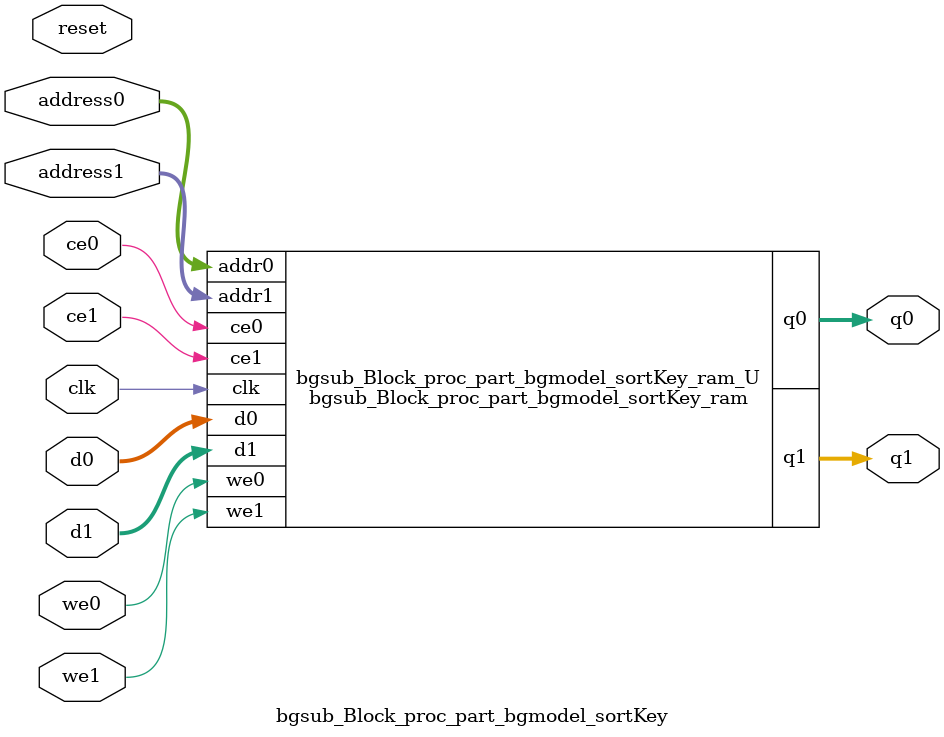
<source format=v>

`timescale 1 ns / 1 ps
module bgsub_Block_proc_part_bgmodel_sortKey_ram (addr0, ce0, d0, we0, q0, addr1, ce1, d1, we1, q1,  clk);

parameter DWIDTH = 32;
parameter AWIDTH = 12;
parameter MEM_SIZE = 2560;

input[AWIDTH-1:0] addr0;
input ce0;
input[DWIDTH-1:0] d0;
input we0;
output reg[DWIDTH-1:0] q0;
input[AWIDTH-1:0] addr1;
input ce1;
input[DWIDTH-1:0] d1;
input we1;
output reg[DWIDTH-1:0] q1;
input clk;

(* ram_style = "block" *)reg [DWIDTH-1:0] ram[MEM_SIZE-1:0];




always @(posedge clk)  
begin 
    if (ce0) 
    begin
        if (we0) 
        begin 
            ram[addr0] <= d0; 
            q0 <= d0;
        end 
        else 
            q0 <= ram[addr0];
    end
end


always @(posedge clk)  
begin 
    if (ce1) 
    begin
        if (we1) 
        begin 
            ram[addr1] <= d1; 
            q1 <= d1;
        end 
        else 
            q1 <= ram[addr1];
    end
end


endmodule


`timescale 1 ns / 1 ps
module bgsub_Block_proc_part_bgmodel_sortKey(
    reset,
    clk,
    address0,
    ce0,
    we0,
    d0,
    q0,
    address1,
    ce1,
    we1,
    d1,
    q1);

parameter DataWidth = 32'd32;
parameter AddressRange = 32'd2560;
parameter AddressWidth = 32'd12;
input reset;
input clk;
input[AddressWidth - 1:0] address0;
input ce0;
input we0;
input[DataWidth - 1:0] d0;
output[DataWidth - 1:0] q0;
input[AddressWidth - 1:0] address1;
input ce1;
input we1;
input[DataWidth - 1:0] d1;
output[DataWidth - 1:0] q1;



bgsub_Block_proc_part_bgmodel_sortKey_ram bgsub_Block_proc_part_bgmodel_sortKey_ram_U(
    .clk( clk ),
    .addr0( address0 ),
    .ce0( ce0 ),
    .d0( d0 ),
    .we0( we0 ),
    .q0( q0 ),
    .addr1( address1 ),
    .ce1( ce1 ),
    .d1( d1 ),
    .we1( we1 ),
    .q1( q1 ));

endmodule


</source>
